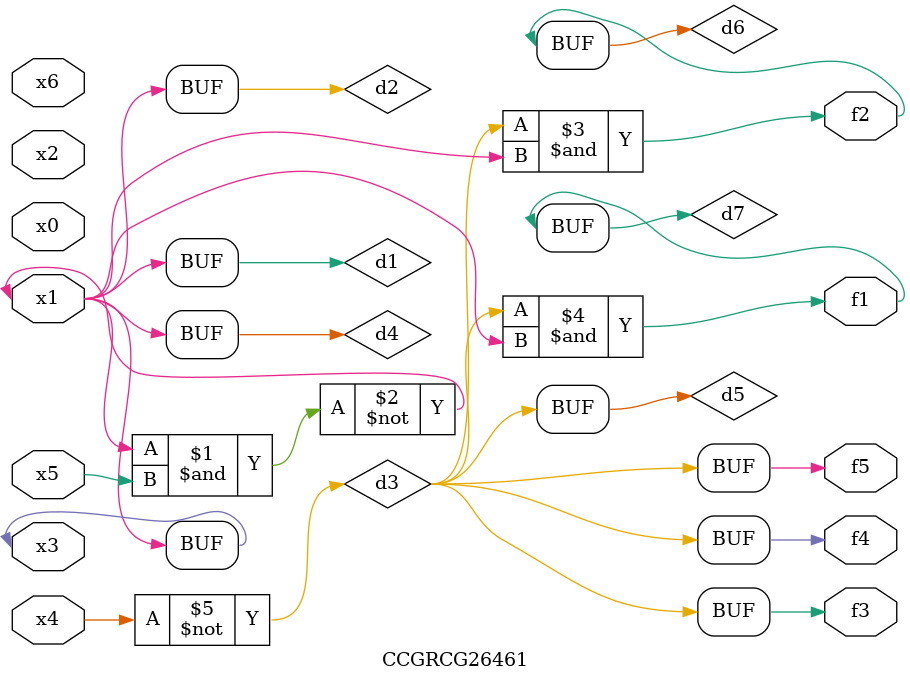
<source format=v>
module CCGRCG26461(
	input x0, x1, x2, x3, x4, x5, x6,
	output f1, f2, f3, f4, f5
);

	wire d1, d2, d3, d4, d5, d6, d7;

	buf (d1, x1, x3);
	nand (d2, x1, x5);
	not (d3, x4);
	buf (d4, d1, d2);
	buf (d5, d3);
	and (d6, d3, d4);
	and (d7, d3, d4);
	assign f1 = d7;
	assign f2 = d6;
	assign f3 = d5;
	assign f4 = d5;
	assign f5 = d5;
endmodule

</source>
